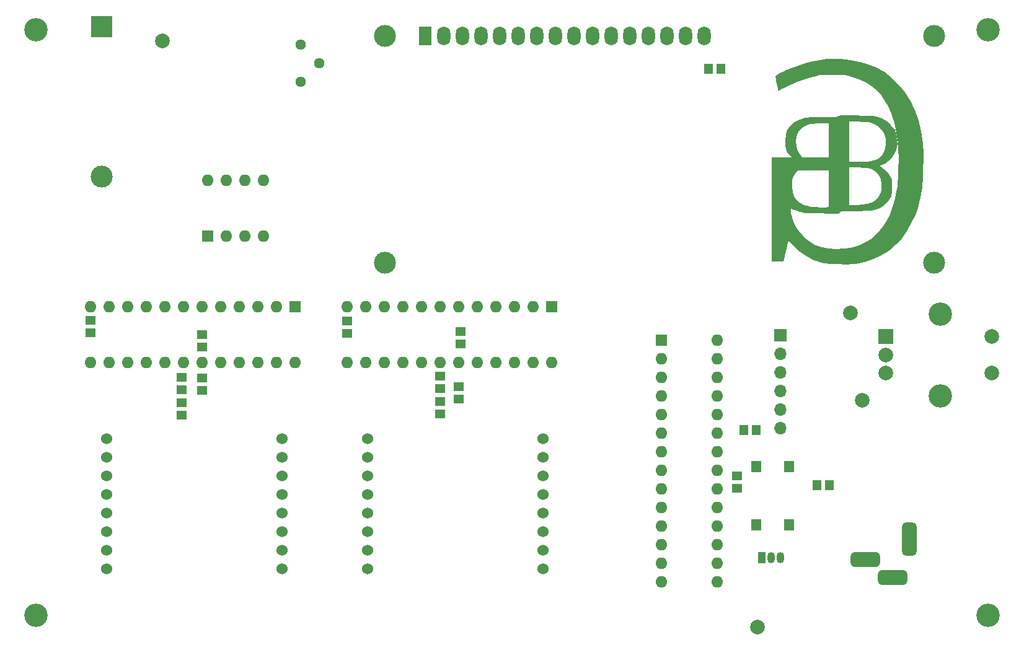
<source format=gbr>
%TF.GenerationSoftware,KiCad,Pcbnew,(6.0.5)*%
%TF.CreationDate,2022-07-13T23:51:26-04:00*%
%TF.ProjectId,Clock,436c6f63-6b2e-46b6-9963-61645f706362,rev?*%
%TF.SameCoordinates,PX4c4b400PY8a48640*%
%TF.FileFunction,Soldermask,Bot*%
%TF.FilePolarity,Negative*%
%FSLAX46Y46*%
G04 Gerber Fmt 4.6, Leading zero omitted, Abs format (unit mm)*
G04 Created by KiCad (PCBNEW (6.0.5)) date 2022-07-13 23:51:26*
%MOMM*%
%LPD*%
G01*
G04 APERTURE LIST*
G04 Aperture macros list*
%AMRoundRect*
0 Rectangle with rounded corners*
0 $1 Rounding radius*
0 $2 $3 $4 $5 $6 $7 $8 $9 X,Y pos of 4 corners*
0 Add a 4 corners polygon primitive as box body*
4,1,4,$2,$3,$4,$5,$6,$7,$8,$9,$2,$3,0*
0 Add four circle primitives for the rounded corners*
1,1,$1+$1,$2,$3*
1,1,$1+$1,$4,$5*
1,1,$1+$1,$6,$7*
1,1,$1+$1,$8,$9*
0 Add four rect primitives between the rounded corners*
20,1,$1+$1,$2,$3,$4,$5,0*
20,1,$1+$1,$4,$5,$6,$7,0*
20,1,$1+$1,$6,$7,$8,$9,0*
20,1,$1+$1,$8,$9,$2,$3,0*%
G04 Aperture macros list end*
%ADD10C,3.200000*%
%ADD11R,1.600000X1.600000*%
%ADD12O,1.600000X1.600000*%
%ADD13C,1.524000*%
%ADD14C,2.000000*%
%ADD15C,3.000000*%
%ADD16R,1.800000X2.600000*%
%ADD17O,1.800000X2.600000*%
%ADD18R,2.000000X2.000000*%
%ADD19C,1.440000*%
%ADD20R,1.050000X1.500000*%
%ADD21O,1.050000X1.500000*%
%ADD22R,1.400000X1.150000*%
%ADD23R,1.150000X1.400000*%
%ADD24RoundRect,0.500000X0.500000X-1.750000X0.500000X1.750000X-0.500000X1.750000X-0.500000X-1.750000X0*%
%ADD25RoundRect,0.500000X1.500000X0.500000X-1.500000X0.500000X-1.500000X-0.500000X1.500000X-0.500000X0*%
%ADD26R,3.000000X3.000000*%
%ADD27R,1.400000X1.600000*%
%ADD28R,1.700000X1.700000*%
%ADD29O,1.700000X1.700000*%
G04 APERTURE END LIST*
%TO.C,G\u002A\u002A\u002A*%
G36*
X121914426Y63328143D02*
G01*
X121908228Y62939959D01*
X121889207Y62662813D01*
X121850808Y62454605D01*
X121786474Y62273233D01*
X121689649Y62076593D01*
X121655475Y62014828D01*
X121375293Y61620291D01*
X121009754Y61232225D01*
X120610438Y60900169D01*
X120228923Y60673662D01*
X120023349Y60586289D01*
X119724618Y60477227D01*
X119419339Y60394242D01*
X119080305Y60333945D01*
X118680305Y60292947D01*
X118192131Y60267858D01*
X117588572Y60255290D01*
X116842420Y60251854D01*
X116604872Y60251831D01*
X116022685Y60250966D01*
X115583357Y60247527D01*
X115266782Y60239740D01*
X115052853Y60225829D01*
X114921464Y60204020D01*
X114852509Y60172538D01*
X114825880Y60129608D01*
X114821472Y60073454D01*
X114821323Y60054333D01*
X114813738Y60007130D01*
X114781345Y59970738D01*
X114706009Y59944124D01*
X114569596Y59926257D01*
X114353972Y59916104D01*
X114041003Y59912632D01*
X113612556Y59914808D01*
X113050496Y59921601D01*
X112336690Y59931977D01*
X111961196Y59937729D01*
X111309081Y59949341D01*
X110792652Y59962177D01*
X110388941Y59977938D01*
X110074980Y59998327D01*
X109827800Y60025047D01*
X109624432Y60059799D01*
X109441907Y60104286D01*
X109257258Y60160210D01*
X108926371Y60276019D01*
X108609754Y60403386D01*
X108386522Y60511197D01*
X108110435Y60670873D01*
X108110435Y60187079D01*
X108120562Y59987781D01*
X108240674Y59408192D01*
X108480386Y58782530D01*
X108819700Y58139156D01*
X109238618Y57506429D01*
X109717142Y56912708D01*
X110235273Y56386354D01*
X110773015Y55955725D01*
X111310369Y55649181D01*
X111467511Y55582830D01*
X112314028Y55315676D01*
X113253991Y55148267D01*
X114250055Y55081578D01*
X115264870Y55116583D01*
X116261089Y55254255D01*
X117201363Y55495569D01*
X117775998Y55708990D01*
X118421028Y56033257D01*
X119031034Y56450161D01*
X119657684Y56991165D01*
X120024278Y57357714D01*
X120633186Y58088240D01*
X121159886Y58901803D01*
X121611898Y59814585D01*
X121996745Y60842766D01*
X122321947Y62002527D01*
X122595027Y63310048D01*
X122641547Y63638595D01*
X122690249Y64159857D01*
X122730856Y64790588D01*
X122762658Y65497980D01*
X122784949Y66249224D01*
X122797020Y67011511D01*
X122798163Y67752035D01*
X122787670Y68437986D01*
X122764832Y69036556D01*
X122728942Y69514937D01*
X122723476Y69566501D01*
X122515122Y70997844D01*
X122209339Y72336185D01*
X121810749Y73567161D01*
X121323979Y74676411D01*
X120753652Y75649571D01*
X120489862Y76016668D01*
X119853898Y76743157D01*
X119135857Y77354022D01*
X118317116Y77861679D01*
X117379048Y78278547D01*
X116303029Y78617045D01*
X116141760Y78659191D01*
X115779794Y78748089D01*
X115468204Y78810335D01*
X115162936Y78850837D01*
X114819940Y78874505D01*
X114395162Y78886245D01*
X113844549Y78890967D01*
X113465659Y78890921D01*
X112901825Y78880478D01*
X112449572Y78854591D01*
X112071787Y78810718D01*
X111731353Y78746319D01*
X111587391Y78712813D01*
X110708606Y78474224D01*
X109753467Y78165298D01*
X108777285Y77806168D01*
X107835371Y77416971D01*
X106983038Y77017839D01*
X106914347Y76983518D01*
X106645104Y76854740D01*
X106450009Y76770601D01*
X106367393Y76747907D01*
X106344347Y76827216D01*
X106297756Y77035325D01*
X106236249Y77330887D01*
X106167873Y77672921D01*
X106100680Y78020444D01*
X106042718Y78332473D01*
X106002038Y78568027D01*
X105986690Y78686123D01*
X105987236Y78691051D01*
X106073157Y78782561D01*
X106287455Y78924592D01*
X106604022Y79103117D01*
X106996750Y79304110D01*
X107439530Y79513544D01*
X107906252Y79717392D01*
X108126600Y79807355D01*
X109078547Y80154156D01*
X110077143Y80457809D01*
X111083912Y80709477D01*
X112060378Y80900320D01*
X112968066Y81021498D01*
X113768500Y81064172D01*
X114849425Y81033795D01*
X116235990Y80896669D01*
X117531924Y80652076D01*
X118721114Y80303257D01*
X119787449Y79853454D01*
X120870173Y79232673D01*
X121928989Y78440869D01*
X122877281Y77523139D01*
X123713015Y76482783D01*
X124434157Y75323103D01*
X125038674Y74047399D01*
X125524530Y72658972D01*
X125889693Y71161123D01*
X126132127Y69557152D01*
X126135903Y69520840D01*
X126163736Y69114400D01*
X126182205Y68562129D01*
X126191010Y67885405D01*
X126189852Y67105606D01*
X126178434Y66244109D01*
X126168557Y65748834D01*
X126149918Y65035266D01*
X126125567Y64439465D01*
X126091921Y63928780D01*
X126045397Y63470559D01*
X125982413Y63032149D01*
X125899384Y62580899D01*
X125792729Y62084158D01*
X125658864Y61509273D01*
X125507176Y60935476D01*
X125091749Y59735249D01*
X124561965Y58581500D01*
X123932393Y57497886D01*
X123217604Y56508060D01*
X122432167Y55635676D01*
X121590650Y54904389D01*
X121040327Y54526957D01*
X120124360Y54021875D01*
X119120446Y53591801D01*
X118073932Y53255361D01*
X117030168Y53031183D01*
X117013818Y53028770D01*
X116768212Y53007838D01*
X116391256Y52992212D01*
X115917870Y52982629D01*
X115382969Y52979827D01*
X114821472Y52984544D01*
X114237984Y52995926D01*
X113715555Y53013566D01*
X113301290Y53038997D01*
X112962562Y53074961D01*
X112666746Y53124195D01*
X112381213Y53189440D01*
X112343928Y53199037D01*
X111278957Y53562437D01*
X110265593Y54080595D01*
X109323595Y54741661D01*
X108472717Y55533785D01*
X107801744Y56250937D01*
X107048562Y53371095D01*
X106262776Y53371006D01*
X105476991Y53370918D01*
X105476991Y63777272D01*
X108241029Y63777272D01*
X108243670Y63574157D01*
X108323294Y62858258D01*
X108518755Y62262174D01*
X108837321Y61777057D01*
X109286257Y61394056D01*
X109872829Y61104322D01*
X110604305Y60899006D01*
X110863674Y60856858D01*
X111238974Y60816580D01*
X111662499Y60786033D01*
X112098028Y60766328D01*
X112509339Y60758578D01*
X112860209Y60763897D01*
X113114418Y60783395D01*
X113235742Y60818186D01*
X113239068Y60825718D01*
X113253300Y60956950D01*
X113260010Y61101353D01*
X116095720Y61101353D01*
X117093880Y61106250D01*
X117819587Y61133853D01*
X118526842Y61229101D01*
X119104594Y61398420D01*
X119568231Y61648266D01*
X119933144Y61985094D01*
X120214721Y62415360D01*
X120246524Y62478211D01*
X120364667Y62740717D01*
X120432344Y62979543D01*
X120462932Y63259110D01*
X120469806Y63643841D01*
X120449957Y64072225D01*
X120338544Y64630174D01*
X120116380Y65106623D01*
X119769071Y65540528D01*
X119555690Y65736173D01*
X119268906Y65923717D01*
X118931871Y66055770D01*
X118515089Y66140268D01*
X117989066Y66185147D01*
X117324306Y66198342D01*
X116095720Y66198342D01*
X116095720Y61101353D01*
X113260010Y61101353D01*
X113266051Y61231372D01*
X113276827Y61627146D01*
X113285136Y62122435D01*
X113290483Y62695401D01*
X113292375Y63324206D01*
X113292375Y65773593D01*
X109037161Y65773593D01*
X108823145Y65559577D01*
X108662012Y65375227D01*
X108425046Y64951443D01*
X108287256Y64426560D01*
X108241029Y63777272D01*
X105476991Y63777272D01*
X105476991Y66962891D01*
X116095720Y66962891D01*
X117433679Y66970116D01*
X117964215Y66977918D01*
X118544415Y67005566D01*
X119009889Y67057830D01*
X119391741Y67140051D01*
X119721075Y67257569D01*
X120028994Y67415724D01*
X120349663Y67642111D01*
X120666608Y68008350D01*
X120895381Y68491977D01*
X120991551Y68813499D01*
X121086574Y69490530D01*
X121041900Y70146166D01*
X120865760Y70757002D01*
X120566388Y71299639D01*
X120152015Y71750673D01*
X119630873Y72086702D01*
X119460000Y72165099D01*
X119227362Y72257395D01*
X118991458Y72325139D01*
X118718965Y72373775D01*
X118376561Y72408745D01*
X117930924Y72435492D01*
X117348730Y72459459D01*
X116095720Y72505655D01*
X116095720Y66962891D01*
X105476991Y66962891D01*
X105476991Y67557540D01*
X108208624Y67557540D01*
X107909291Y67907243D01*
X107880555Y67941329D01*
X107628888Y68308746D01*
X107463776Y68717648D01*
X107373387Y69208222D01*
X107353900Y69642201D01*
X108807569Y69642201D01*
X108851072Y69261899D01*
X108977176Y68690735D01*
X109180957Y68205883D01*
X109472249Y67809589D01*
X109707698Y67557540D01*
X113292375Y67557540D01*
X113292375Y72245029D01*
X111987943Y72216167D01*
X111597133Y72207085D01*
X111203573Y72193651D01*
X110916256Y72172814D01*
X110698976Y72138301D01*
X110515531Y72083840D01*
X110329713Y72003158D01*
X110105319Y71889981D01*
X109654752Y71619864D01*
X109309738Y71302608D01*
X109070804Y70914942D01*
X108905151Y70416602D01*
X108883557Y70326860D01*
X108816873Y69964638D01*
X108807569Y69642201D01*
X107353900Y69642201D01*
X107345887Y69820657D01*
X107347267Y69964123D01*
X107397956Y70590346D01*
X107531697Y71107044D01*
X107762222Y71553142D01*
X108103263Y71967567D01*
X108481934Y72302442D01*
X109082582Y72667646D01*
X109809432Y72945493D01*
X109920083Y72975347D01*
X110122611Y73014258D01*
X110376003Y73042973D01*
X110704058Y73062749D01*
X111130573Y73074845D01*
X111679346Y73080516D01*
X112374177Y73081022D01*
X112719311Y73080523D01*
X113301106Y73081695D01*
X113742826Y73086805D01*
X114064426Y73097075D01*
X114285861Y73113726D01*
X114427086Y73137981D01*
X114508058Y73171063D01*
X114548732Y73214192D01*
X114554207Y73223110D01*
X114596678Y73261351D01*
X114678436Y73290361D01*
X114818132Y73310868D01*
X115034418Y73323599D01*
X115345947Y73329283D01*
X115771369Y73328645D01*
X116329337Y73322415D01*
X117038502Y73311320D01*
X117807828Y73296644D01*
X118443473Y73278675D01*
X118956773Y73254291D01*
X119371678Y73220158D01*
X119712141Y73172941D01*
X120002114Y73109308D01*
X120265548Y73025924D01*
X120526397Y72919455D01*
X120808611Y72786568D01*
X120981474Y72689537D01*
X121371658Y72398617D01*
X121753108Y72032924D01*
X122077526Y71641565D01*
X122296613Y71273648D01*
X122307414Y71248602D01*
X122431167Y70871811D01*
X122535906Y70400802D01*
X122608599Y69905354D01*
X122634050Y69490530D01*
X122636215Y69455242D01*
X122599454Y69083633D01*
X122469784Y68582068D01*
X122271106Y68093282D01*
X122029187Y67692116D01*
X121753639Y67383515D01*
X121366859Y67048215D01*
X120960193Y66776826D01*
X120587742Y66609964D01*
X120514023Y66586236D01*
X120331379Y66509028D01*
X120258261Y66446674D01*
X120264285Y66429800D01*
X120363287Y66331927D01*
X120545285Y66204709D01*
X120791878Y66022278D01*
X121141850Y65685858D01*
X121468037Y65296105D01*
X121717611Y64911303D01*
X121730953Y64886055D01*
X121812506Y64709307D01*
X121865900Y64525181D01*
X121896901Y64293066D01*
X121911274Y63972350D01*
X121913836Y63643841D01*
X121914783Y63522423D01*
X121914426Y63328143D01*
G37*
%TD*%
D10*
%TO.C,H4*%
X135000000Y5000000D03*
%TD*%
D11*
%TO.C,U5*%
X75453000Y47200000D03*
D12*
X72913000Y47200000D03*
X70373000Y47200000D03*
X67833000Y47200000D03*
X65293000Y47200000D03*
X62753000Y47200000D03*
X60213000Y47200000D03*
X57673000Y47200000D03*
X55133000Y47200000D03*
X52593000Y47200000D03*
X50053000Y47200000D03*
X47513000Y47200000D03*
X47513000Y39580000D03*
X50053000Y39580000D03*
X52593000Y39580000D03*
X55133000Y39580000D03*
X57673000Y39580000D03*
X60213000Y39580000D03*
X62753000Y39580000D03*
X65293000Y39580000D03*
X67833000Y39580000D03*
X70373000Y39580000D03*
X72913000Y39580000D03*
X75453000Y39580000D03*
%TD*%
D13*
%TO.C,D2*%
X14618000Y29176000D03*
X14618000Y26636000D03*
X14618000Y24096000D03*
X14618000Y21556000D03*
X14618000Y19016000D03*
X14618000Y16476000D03*
X14618000Y13936000D03*
X14618000Y11396000D03*
X38618000Y11396000D03*
X38618000Y13936000D03*
X38618000Y16476000D03*
X38618000Y19016000D03*
X38618000Y21556000D03*
X38618000Y24096000D03*
X38618000Y26636000D03*
X38618000Y29176000D03*
%TD*%
D14*
%TO.C,TP2*%
X116215000Y46321000D03*
%TD*%
%TO.C,TP1*%
X103515000Y3395000D03*
%TD*%
D11*
%TO.C,U6*%
X40396000Y47210000D03*
D12*
X37856000Y47210000D03*
X35316000Y47210000D03*
X32776000Y47210000D03*
X30236000Y47210000D03*
X27696000Y47210000D03*
X25156000Y47210000D03*
X22616000Y47210000D03*
X20076000Y47210000D03*
X17536000Y47210000D03*
X14996000Y47210000D03*
X12456000Y47210000D03*
X12456000Y39590000D03*
X14996000Y39590000D03*
X17536000Y39590000D03*
X20076000Y39590000D03*
X22616000Y39590000D03*
X25156000Y39590000D03*
X27696000Y39590000D03*
X30236000Y39590000D03*
X32776000Y39590000D03*
X35316000Y39590000D03*
X37856000Y39590000D03*
X40396000Y39590000D03*
%TD*%
D10*
%TO.C,H2*%
X135000000Y85000000D03*
%TD*%
%TO.C,H3*%
X5000000Y5000000D03*
%TD*%
D14*
%TO.C,TP3*%
X117866000Y34383000D03*
%TD*%
D10*
%TO.C,H1*%
X5000000Y85000000D03*
%TD*%
D15*
%TO.C,DS1*%
X127680000Y84157500D03*
X52680900Y53156800D03*
X52680900Y84157500D03*
X127679480Y53156800D03*
D16*
X58180000Y84157500D03*
D17*
X60720000Y84157500D03*
X63260000Y84157500D03*
X65800000Y84157500D03*
X68340000Y84157500D03*
X70880000Y84157500D03*
X73420000Y84157500D03*
X75960000Y84157500D03*
X78500000Y84157500D03*
X81040000Y84157500D03*
X83580000Y84157500D03*
X86120000Y84157500D03*
X88660000Y84157500D03*
X91200000Y84157500D03*
X93740000Y84157500D03*
X96280000Y84157500D03*
%TD*%
D18*
%TO.C,SW1*%
X121030000Y43106000D03*
D14*
X121030000Y38106000D03*
X121030000Y40606000D03*
D10*
X128530000Y46206000D03*
X128530000Y35006000D03*
D14*
X135530000Y38106000D03*
X135530000Y43106000D03*
%TD*%
D11*
%TO.C,U4*%
X28458000Y56862000D03*
D12*
X30998000Y56862000D03*
X33538000Y56862000D03*
X36078000Y56862000D03*
X36078000Y64482000D03*
X33538000Y64482000D03*
X30998000Y64482000D03*
X28458000Y64482000D03*
%TD*%
D19*
%TO.C,RV1*%
X41158000Y77944000D03*
X43698000Y80484000D03*
X41158000Y83024000D03*
%TD*%
D14*
%TO.C,TP4*%
X22235000Y83532000D03*
%TD*%
D11*
%TO.C,U2*%
X90444000Y42628000D03*
D12*
X90444000Y40088000D03*
X90444000Y37548000D03*
X90444000Y35008000D03*
X90444000Y32468000D03*
X90444000Y29928000D03*
X90444000Y27388000D03*
X90444000Y24848000D03*
X90444000Y22308000D03*
X90444000Y19768000D03*
X90444000Y17228000D03*
X90444000Y14688000D03*
X90444000Y12148000D03*
X90444000Y9608000D03*
X98064000Y9608000D03*
X98064000Y12148000D03*
X98064000Y14688000D03*
X98064000Y17228000D03*
X98064000Y19768000D03*
X98064000Y22308000D03*
X98064000Y24848000D03*
X98064000Y27388000D03*
X98064000Y29928000D03*
X98064000Y32468000D03*
X98064000Y35008000D03*
X98064000Y37548000D03*
X98064000Y40088000D03*
X98064000Y42628000D03*
%TD*%
D20*
%TO.C,U3*%
X104150000Y12920000D03*
D21*
X105420000Y12920000D03*
X106690000Y12920000D03*
%TD*%
D13*
%TO.C,D1*%
X50240000Y29176000D03*
X50240000Y26636000D03*
X50240000Y24096000D03*
X50240000Y21556000D03*
X50240000Y19016000D03*
X50240000Y16476000D03*
X50240000Y13936000D03*
X50240000Y11396000D03*
X74240000Y11396000D03*
X74240000Y13936000D03*
X74240000Y16476000D03*
X74240000Y19016000D03*
X74240000Y21556000D03*
X74240000Y24096000D03*
X74240000Y26636000D03*
X74240000Y29176000D03*
%TD*%
D22*
%TO.C,C7*%
X62748000Y36288000D03*
X62748000Y34588000D03*
%TD*%
%TO.C,C8*%
X27696000Y37480000D03*
X27696000Y35780000D03*
%TD*%
%TO.C,R9*%
X24902000Y35858000D03*
X24902000Y37558000D03*
%TD*%
%TO.C,C1*%
X100721000Y24096000D03*
X100721000Y22396000D03*
%TD*%
%TO.C,R6*%
X60208000Y32517000D03*
X60208000Y34217000D03*
%TD*%
D23*
%TO.C,C11*%
X101649000Y30319000D03*
X103349000Y30319000D03*
%TD*%
D22*
%TO.C,C10*%
X27696000Y41700000D03*
X27696000Y43400000D03*
%TD*%
%TO.C,C9*%
X63002000Y42130000D03*
X63002000Y43830000D03*
%TD*%
D24*
%TO.C,J1*%
X124287000Y15460000D03*
D25*
X121987000Y10160000D03*
X118287000Y12660000D03*
%TD*%
D23*
%TO.C,R11*%
X96823000Y79722000D03*
X98523000Y79722000D03*
%TD*%
D22*
%TO.C,R4*%
X47508000Y45266000D03*
X47508000Y43566000D03*
%TD*%
D26*
%TO.C,BT1*%
X13980017Y85493686D03*
D15*
X13980017Y65003686D03*
%TD*%
D22*
%TO.C,R5*%
X12456000Y45354000D03*
X12456000Y43654000D03*
%TD*%
%TO.C,R8*%
X24902000Y32390000D03*
X24902000Y34090000D03*
%TD*%
D27*
%TO.C,SW2*%
X103388000Y25366000D03*
X103388000Y17366000D03*
X107888000Y25366000D03*
X107888000Y17366000D03*
%TD*%
D23*
%TO.C,R10*%
X113382000Y22826000D03*
X111682000Y22826000D03*
%TD*%
D28*
%TO.C,J2*%
X106690000Y43273000D03*
D29*
X106690000Y40733000D03*
X106690000Y38193000D03*
X106690000Y35653000D03*
X106690000Y33113000D03*
X106690000Y30573000D03*
%TD*%
D22*
%TO.C,R7*%
X60208000Y36034000D03*
X60208000Y37734000D03*
%TD*%
M02*

</source>
